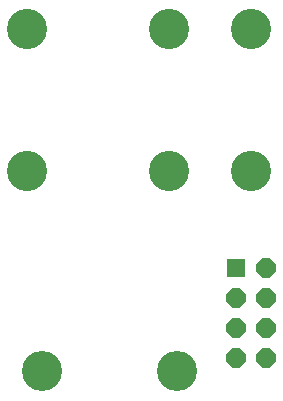
<source format=gbr>
G04 EAGLE Gerber RS-274X export*
G75*
%MOMM*%
%FSLAX34Y34*%
%LPD*%
%INSoldermask Bottom*%
%IPPOS*%
%AMOC8*
5,1,8,0,0,1.08239X$1,22.5*%
G01*
%ADD10C,3.401600*%
%ADD11R,1.625600X1.625600*%
%ADD12P,1.759533X8X292.500000*%
%ADD13C,3.403600*%


D10*
X157150Y50500D03*
X42850Y50500D03*
D11*
X207300Y138100D03*
D12*
X232700Y138100D03*
X207300Y112700D03*
X232700Y112700D03*
X207300Y87300D03*
X232700Y87300D03*
X207300Y61900D03*
X232700Y61900D03*
D13*
X30000Y340000D03*
X150000Y340000D03*
X30000Y220000D03*
X150000Y220000D03*
X220000Y340000D03*
X220000Y220000D03*
M02*

</source>
